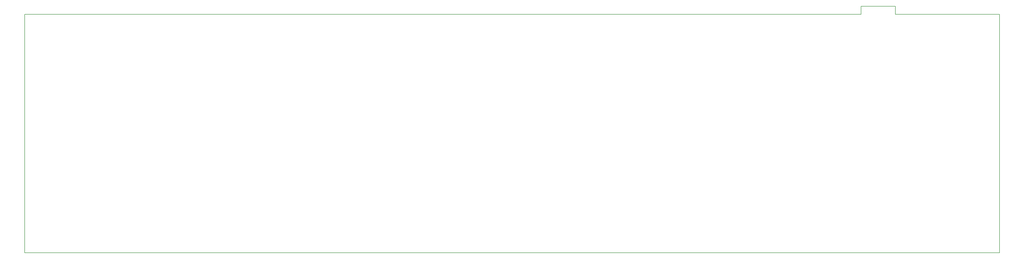
<source format=gko>
G04 #@! TF.FileFunction,Profile,NP*
%FSLAX46Y46*%
G04 Gerber Fmt 4.6, Leading zero omitted, Abs format (unit mm)*
G04 Created by KiCad (PCBNEW 4.0.3-stable) date Sunday, November 27, 2016 'PMt' 05:54:45 PM*
%MOMM*%
%LPD*%
G01*
G04 APERTURE LIST*
%ADD10C,0.150000*%
G04 APERTURE END LIST*
D10*
X346000000Y-21500000D02*
X30500000Y-21500000D01*
X346000000Y-18500000D02*
X359000000Y-18500000D01*
X359000000Y-21500000D02*
X398250000Y-21500000D01*
X359000000Y-18500000D02*
X359000000Y-21500000D01*
X346000000Y-18500000D02*
X346000000Y-21500000D01*
X398250000Y-111750000D02*
X398250000Y-21500000D01*
X30500000Y-111750000D02*
X398250000Y-111750000D01*
X30500000Y-21500000D02*
X30500000Y-111750000D01*
M02*

</source>
